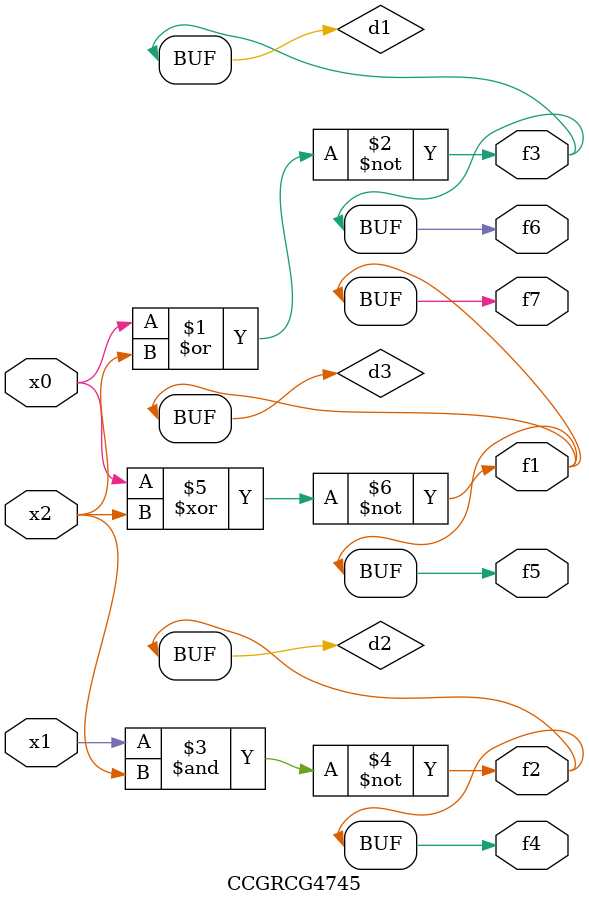
<source format=v>
module CCGRCG4745(
	input x0, x1, x2,
	output f1, f2, f3, f4, f5, f6, f7
);

	wire d1, d2, d3;

	nor (d1, x0, x2);
	nand (d2, x1, x2);
	xnor (d3, x0, x2);
	assign f1 = d3;
	assign f2 = d2;
	assign f3 = d1;
	assign f4 = d2;
	assign f5 = d3;
	assign f6 = d1;
	assign f7 = d3;
endmodule

</source>
